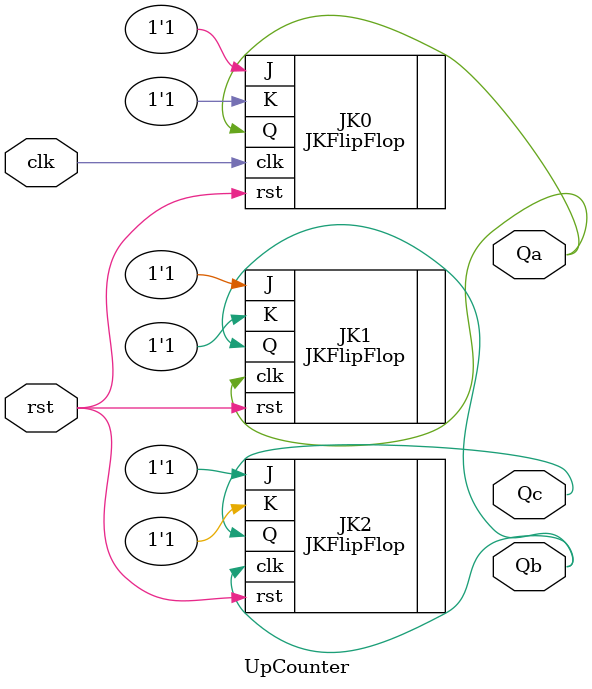
<source format=v>
`timescale 1ns / 1ps


module UpCounter(output Qc, Qb, Qa, input clk, rst);

  JKFlipFlop JK0(.J(1'b1), .K(1'b1), .Q(Qa), .clk(clk), .rst(rst));
  JKFlipFlop JK1(.J(1'b1), .K(1'b1), .Q(Qb), .clk(Qa), .rst(rst));
  JKFlipFlop JK2(.J(1'b1), .K(1'b1), .Q(Qc), .clk(Qb), .rst(rst));

endmodule


</source>
